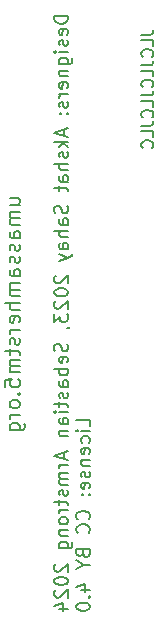
<source format=gbo>
G04 #@! TF.GenerationSoftware,KiCad,Pcbnew,(5.1.10)-1*
G04 #@! TF.CreationDate,2022-02-12T13:03:44-05:00*
G04 #@! TF.ProjectId,M5_BuggyProject,4d355f42-7567-4677-9950-726f6a656374,v1.0*
G04 #@! TF.SameCoordinates,Original*
G04 #@! TF.FileFunction,Legend,Bot*
G04 #@! TF.FilePolarity,Positive*
%FSLAX46Y46*%
G04 Gerber Fmt 4.6, Leading zero omitted, Abs format (unit mm)*
G04 Created by KiCad (PCBNEW (5.1.10)-1) date 2022-02-12 13:03:44*
%MOMM*%
%LPD*%
G01*
G04 APERTURE LIST*
%ADD10C,0.150000*%
%ADD11C,0.152400*%
%ADD12C,1.600000*%
%ADD13R,1.600000X1.600000*%
%ADD14R,1.700000X1.700000*%
%ADD15O,1.700000X1.700000*%
%ADD16R,2.000000X2.000000*%
%ADD17C,2.000000*%
%ADD18O,2.000000X2.000000*%
%ADD19C,6.000000*%
%ADD20C,6.400000*%
%ADD21C,0.800000*%
G04 APERTURE END LIST*
D10*
X105370380Y-33226952D02*
X106084666Y-33226952D01*
X106227523Y-33179333D01*
X106322761Y-33084095D01*
X106370380Y-32941238D01*
X106370380Y-32846000D01*
X106370380Y-34179333D02*
X106370380Y-33703142D01*
X105370380Y-33703142D01*
X106275142Y-35084095D02*
X106322761Y-35036476D01*
X106370380Y-34893619D01*
X106370380Y-34798380D01*
X106322761Y-34655523D01*
X106227523Y-34560285D01*
X106132285Y-34512666D01*
X105941809Y-34465047D01*
X105798952Y-34465047D01*
X105608476Y-34512666D01*
X105513238Y-34560285D01*
X105418000Y-34655523D01*
X105370380Y-34798380D01*
X105370380Y-34893619D01*
X105418000Y-35036476D01*
X105465619Y-35084095D01*
X105370380Y-35798380D02*
X106084666Y-35798380D01*
X106227523Y-35750761D01*
X106322761Y-35655523D01*
X106370380Y-35512666D01*
X106370380Y-35417428D01*
X106370380Y-36750761D02*
X106370380Y-36274571D01*
X105370380Y-36274571D01*
X106275142Y-37655523D02*
X106322761Y-37607904D01*
X106370380Y-37465047D01*
X106370380Y-37369809D01*
X106322761Y-37226952D01*
X106227523Y-37131714D01*
X106132285Y-37084095D01*
X105941809Y-37036476D01*
X105798952Y-37036476D01*
X105608476Y-37084095D01*
X105513238Y-37131714D01*
X105418000Y-37226952D01*
X105370380Y-37369809D01*
X105370380Y-37465047D01*
X105418000Y-37607904D01*
X105465619Y-37655523D01*
X105370380Y-38369809D02*
X106084666Y-38369809D01*
X106227523Y-38322190D01*
X106322761Y-38226952D01*
X106370380Y-38084095D01*
X106370380Y-37988857D01*
X106370380Y-39322190D02*
X106370380Y-38846000D01*
X105370380Y-38846000D01*
X106275142Y-40226952D02*
X106322761Y-40179333D01*
X106370380Y-40036476D01*
X106370380Y-39941238D01*
X106322761Y-39798380D01*
X106227523Y-39703142D01*
X106132285Y-39655523D01*
X105941809Y-39607904D01*
X105798952Y-39607904D01*
X105608476Y-39655523D01*
X105513238Y-39703142D01*
X105418000Y-39798380D01*
X105370380Y-39941238D01*
X105370380Y-40036476D01*
X105418000Y-40179333D01*
X105465619Y-40226952D01*
X105370380Y-40941238D02*
X106084666Y-40941238D01*
X106227523Y-40893619D01*
X106322761Y-40798380D01*
X106370380Y-40655523D01*
X106370380Y-40560285D01*
X106370380Y-41893619D02*
X106370380Y-41417428D01*
X105370380Y-41417428D01*
X106275142Y-42798380D02*
X106322761Y-42750761D01*
X106370380Y-42607904D01*
X106370380Y-42512666D01*
X106322761Y-42369809D01*
X106227523Y-42274571D01*
X106132285Y-42226952D01*
X105941809Y-42179333D01*
X105798952Y-42179333D01*
X105608476Y-42226952D01*
X105513238Y-42274571D01*
X105418000Y-42369809D01*
X105370380Y-42512666D01*
X105370380Y-42607904D01*
X105418000Y-42750761D01*
X105465619Y-42798380D01*
X94215857Y-47612904D02*
X95062523Y-47612904D01*
X94215857Y-47068619D02*
X94881095Y-47068619D01*
X95002047Y-47129095D01*
X95062523Y-47250047D01*
X95062523Y-47431476D01*
X95002047Y-47552428D01*
X94941571Y-47612904D01*
X95062523Y-48217666D02*
X94215857Y-48217666D01*
X94336809Y-48217666D02*
X94276333Y-48278142D01*
X94215857Y-48399095D01*
X94215857Y-48580523D01*
X94276333Y-48701476D01*
X94397285Y-48761952D01*
X95062523Y-48761952D01*
X94397285Y-48761952D02*
X94276333Y-48822428D01*
X94215857Y-48943380D01*
X94215857Y-49124809D01*
X94276333Y-49245761D01*
X94397285Y-49306238D01*
X95062523Y-49306238D01*
X95062523Y-50455285D02*
X94397285Y-50455285D01*
X94276333Y-50394809D01*
X94215857Y-50273857D01*
X94215857Y-50031952D01*
X94276333Y-49911000D01*
X95002047Y-50455285D02*
X95062523Y-50334333D01*
X95062523Y-50031952D01*
X95002047Y-49911000D01*
X94881095Y-49850523D01*
X94760142Y-49850523D01*
X94639190Y-49911000D01*
X94578714Y-50031952D01*
X94578714Y-50334333D01*
X94518238Y-50455285D01*
X95002047Y-50999571D02*
X95062523Y-51120523D01*
X95062523Y-51362428D01*
X95002047Y-51483380D01*
X94881095Y-51543857D01*
X94820619Y-51543857D01*
X94699666Y-51483380D01*
X94639190Y-51362428D01*
X94639190Y-51181000D01*
X94578714Y-51060047D01*
X94457761Y-50999571D01*
X94397285Y-50999571D01*
X94276333Y-51060047D01*
X94215857Y-51181000D01*
X94215857Y-51362428D01*
X94276333Y-51483380D01*
X95002047Y-52027666D02*
X95062523Y-52148619D01*
X95062523Y-52390523D01*
X95002047Y-52511476D01*
X94881095Y-52571952D01*
X94820619Y-52571952D01*
X94699666Y-52511476D01*
X94639190Y-52390523D01*
X94639190Y-52209095D01*
X94578714Y-52088142D01*
X94457761Y-52027666D01*
X94397285Y-52027666D01*
X94276333Y-52088142D01*
X94215857Y-52209095D01*
X94215857Y-52390523D01*
X94276333Y-52511476D01*
X95062523Y-53660523D02*
X94397285Y-53660523D01*
X94276333Y-53600047D01*
X94215857Y-53479095D01*
X94215857Y-53237190D01*
X94276333Y-53116238D01*
X95002047Y-53660523D02*
X95062523Y-53539571D01*
X95062523Y-53237190D01*
X95002047Y-53116238D01*
X94881095Y-53055761D01*
X94760142Y-53055761D01*
X94639190Y-53116238D01*
X94578714Y-53237190D01*
X94578714Y-53539571D01*
X94518238Y-53660523D01*
X95062523Y-54265285D02*
X94215857Y-54265285D01*
X94336809Y-54265285D02*
X94276333Y-54325761D01*
X94215857Y-54446714D01*
X94215857Y-54628142D01*
X94276333Y-54749095D01*
X94397285Y-54809571D01*
X95062523Y-54809571D01*
X94397285Y-54809571D02*
X94276333Y-54870047D01*
X94215857Y-54991000D01*
X94215857Y-55172428D01*
X94276333Y-55293380D01*
X94397285Y-55353857D01*
X95062523Y-55353857D01*
X95062523Y-55958619D02*
X93792523Y-55958619D01*
X95062523Y-56502904D02*
X94397285Y-56502904D01*
X94276333Y-56442428D01*
X94215857Y-56321476D01*
X94215857Y-56140047D01*
X94276333Y-56019095D01*
X94336809Y-55958619D01*
X95002047Y-57591476D02*
X95062523Y-57470523D01*
X95062523Y-57228619D01*
X95002047Y-57107666D01*
X94881095Y-57047190D01*
X94397285Y-57047190D01*
X94276333Y-57107666D01*
X94215857Y-57228619D01*
X94215857Y-57470523D01*
X94276333Y-57591476D01*
X94397285Y-57651952D01*
X94518238Y-57651952D01*
X94639190Y-57047190D01*
X95062523Y-58196238D02*
X94215857Y-58196238D01*
X94457761Y-58196238D02*
X94336809Y-58256714D01*
X94276333Y-58317190D01*
X94215857Y-58438142D01*
X94215857Y-58559095D01*
X95002047Y-58921952D02*
X95062523Y-59042904D01*
X95062523Y-59284809D01*
X95002047Y-59405761D01*
X94881095Y-59466238D01*
X94820619Y-59466238D01*
X94699666Y-59405761D01*
X94639190Y-59284809D01*
X94639190Y-59103380D01*
X94578714Y-58982428D01*
X94457761Y-58921952D01*
X94397285Y-58921952D01*
X94276333Y-58982428D01*
X94215857Y-59103380D01*
X94215857Y-59284809D01*
X94276333Y-59405761D01*
X94215857Y-59829095D02*
X94215857Y-60312904D01*
X93792523Y-60010523D02*
X94881095Y-60010523D01*
X95002047Y-60071000D01*
X95062523Y-60191952D01*
X95062523Y-60312904D01*
X95062523Y-60736238D02*
X94215857Y-60736238D01*
X94336809Y-60736238D02*
X94276333Y-60796714D01*
X94215857Y-60917666D01*
X94215857Y-61099095D01*
X94276333Y-61220047D01*
X94397285Y-61280523D01*
X95062523Y-61280523D01*
X94397285Y-61280523D02*
X94276333Y-61341000D01*
X94215857Y-61461952D01*
X94215857Y-61643380D01*
X94276333Y-61764333D01*
X94397285Y-61824809D01*
X95062523Y-61824809D01*
X93792523Y-63034333D02*
X93792523Y-62429571D01*
X94397285Y-62369095D01*
X94336809Y-62429571D01*
X94276333Y-62550523D01*
X94276333Y-62852904D01*
X94336809Y-62973857D01*
X94397285Y-63034333D01*
X94518238Y-63094809D01*
X94820619Y-63094809D01*
X94941571Y-63034333D01*
X95002047Y-62973857D01*
X95062523Y-62852904D01*
X95062523Y-62550523D01*
X95002047Y-62429571D01*
X94941571Y-62369095D01*
X94941571Y-63639095D02*
X95002047Y-63699571D01*
X95062523Y-63639095D01*
X95002047Y-63578619D01*
X94941571Y-63639095D01*
X95062523Y-63639095D01*
X95062523Y-64425285D02*
X95002047Y-64304333D01*
X94941571Y-64243857D01*
X94820619Y-64183380D01*
X94457761Y-64183380D01*
X94336809Y-64243857D01*
X94276333Y-64304333D01*
X94215857Y-64425285D01*
X94215857Y-64606714D01*
X94276333Y-64727666D01*
X94336809Y-64788142D01*
X94457761Y-64848619D01*
X94820619Y-64848619D01*
X94941571Y-64788142D01*
X95002047Y-64727666D01*
X95062523Y-64606714D01*
X95062523Y-64425285D01*
X95062523Y-65392904D02*
X94215857Y-65392904D01*
X94457761Y-65392904D02*
X94336809Y-65453380D01*
X94276333Y-65513857D01*
X94215857Y-65634809D01*
X94215857Y-65755761D01*
X94215857Y-66723380D02*
X95243952Y-66723380D01*
X95364904Y-66662904D01*
X95425380Y-66602428D01*
X95485857Y-66481476D01*
X95485857Y-66300047D01*
X95425380Y-66179095D01*
X95002047Y-66723380D02*
X95062523Y-66602428D01*
X95062523Y-66360523D01*
X95002047Y-66239571D01*
X94941571Y-66179095D01*
X94820619Y-66118619D01*
X94457761Y-66118619D01*
X94336809Y-66179095D01*
X94276333Y-66239571D01*
X94215857Y-66360523D01*
X94215857Y-66602428D01*
X94276333Y-66723380D01*
D11*
X99151621Y-31632797D02*
X98008621Y-31632797D01*
X98008621Y-31904940D01*
X98063050Y-32068225D01*
X98171907Y-32177082D01*
X98280764Y-32231511D01*
X98498478Y-32285940D01*
X98661764Y-32285940D01*
X98879478Y-32231511D01*
X98988335Y-32177082D01*
X99097192Y-32068225D01*
X99151621Y-31904940D01*
X99151621Y-31632797D01*
X99097192Y-33211225D02*
X99151621Y-33102368D01*
X99151621Y-32884654D01*
X99097192Y-32775797D01*
X98988335Y-32721368D01*
X98552907Y-32721368D01*
X98444050Y-32775797D01*
X98389621Y-32884654D01*
X98389621Y-33102368D01*
X98444050Y-33211225D01*
X98552907Y-33265654D01*
X98661764Y-33265654D01*
X98770621Y-32721368D01*
X99097192Y-33701082D02*
X99151621Y-33809940D01*
X99151621Y-34027654D01*
X99097192Y-34136511D01*
X98988335Y-34190940D01*
X98933907Y-34190940D01*
X98825050Y-34136511D01*
X98770621Y-34027654D01*
X98770621Y-33864368D01*
X98716192Y-33755511D01*
X98607335Y-33701082D01*
X98552907Y-33701082D01*
X98444050Y-33755511D01*
X98389621Y-33864368D01*
X98389621Y-34027654D01*
X98444050Y-34136511D01*
X99151621Y-34680797D02*
X98389621Y-34680797D01*
X98008621Y-34680797D02*
X98063050Y-34626368D01*
X98117478Y-34680797D01*
X98063050Y-34735225D01*
X98008621Y-34680797D01*
X98117478Y-34680797D01*
X98389621Y-35714940D02*
X99314907Y-35714940D01*
X99423764Y-35660511D01*
X99478192Y-35606082D01*
X99532621Y-35497225D01*
X99532621Y-35333940D01*
X99478192Y-35225082D01*
X99097192Y-35714940D02*
X99151621Y-35606082D01*
X99151621Y-35388368D01*
X99097192Y-35279511D01*
X99042764Y-35225082D01*
X98933907Y-35170654D01*
X98607335Y-35170654D01*
X98498478Y-35225082D01*
X98444050Y-35279511D01*
X98389621Y-35388368D01*
X98389621Y-35606082D01*
X98444050Y-35714940D01*
X98389621Y-36259225D02*
X99151621Y-36259225D01*
X98498478Y-36259225D02*
X98444050Y-36313654D01*
X98389621Y-36422511D01*
X98389621Y-36585797D01*
X98444050Y-36694654D01*
X98552907Y-36749082D01*
X99151621Y-36749082D01*
X99097192Y-37728797D02*
X99151621Y-37619940D01*
X99151621Y-37402225D01*
X99097192Y-37293368D01*
X98988335Y-37238940D01*
X98552907Y-37238940D01*
X98444050Y-37293368D01*
X98389621Y-37402225D01*
X98389621Y-37619940D01*
X98444050Y-37728797D01*
X98552907Y-37783225D01*
X98661764Y-37783225D01*
X98770621Y-37238940D01*
X99151621Y-38273082D02*
X98389621Y-38273082D01*
X98607335Y-38273082D02*
X98498478Y-38327511D01*
X98444050Y-38381940D01*
X98389621Y-38490797D01*
X98389621Y-38599654D01*
X99097192Y-38926225D02*
X99151621Y-39035082D01*
X99151621Y-39252797D01*
X99097192Y-39361654D01*
X98988335Y-39416082D01*
X98933907Y-39416082D01*
X98825050Y-39361654D01*
X98770621Y-39252797D01*
X98770621Y-39089511D01*
X98716192Y-38980654D01*
X98607335Y-38926225D01*
X98552907Y-38926225D01*
X98444050Y-38980654D01*
X98389621Y-39089511D01*
X98389621Y-39252797D01*
X98444050Y-39361654D01*
X99042764Y-39905940D02*
X99097192Y-39960368D01*
X99151621Y-39905940D01*
X99097192Y-39851511D01*
X99042764Y-39905940D01*
X99151621Y-39905940D01*
X98444050Y-39905940D02*
X98498478Y-39960368D01*
X98552907Y-39905940D01*
X98498478Y-39851511D01*
X98444050Y-39905940D01*
X98552907Y-39905940D01*
X98825050Y-41266654D02*
X98825050Y-41810940D01*
X99151621Y-41157797D02*
X98008621Y-41538797D01*
X99151621Y-41919797D01*
X99151621Y-42300797D02*
X98008621Y-42300797D01*
X98716192Y-42409654D02*
X99151621Y-42736225D01*
X98389621Y-42736225D02*
X98825050Y-42300797D01*
X99097192Y-43171654D02*
X99151621Y-43280511D01*
X99151621Y-43498225D01*
X99097192Y-43607082D01*
X98988335Y-43661511D01*
X98933907Y-43661511D01*
X98825050Y-43607082D01*
X98770621Y-43498225D01*
X98770621Y-43334940D01*
X98716192Y-43226082D01*
X98607335Y-43171654D01*
X98552907Y-43171654D01*
X98444050Y-43226082D01*
X98389621Y-43334940D01*
X98389621Y-43498225D01*
X98444050Y-43607082D01*
X99151621Y-44151368D02*
X98008621Y-44151368D01*
X99151621Y-44641225D02*
X98552907Y-44641225D01*
X98444050Y-44586797D01*
X98389621Y-44477940D01*
X98389621Y-44314654D01*
X98444050Y-44205797D01*
X98498478Y-44151368D01*
X99151621Y-45675368D02*
X98552907Y-45675368D01*
X98444050Y-45620940D01*
X98389621Y-45512082D01*
X98389621Y-45294368D01*
X98444050Y-45185511D01*
X99097192Y-45675368D02*
X99151621Y-45566511D01*
X99151621Y-45294368D01*
X99097192Y-45185511D01*
X98988335Y-45131082D01*
X98879478Y-45131082D01*
X98770621Y-45185511D01*
X98716192Y-45294368D01*
X98716192Y-45566511D01*
X98661764Y-45675368D01*
X98389621Y-46056368D02*
X98389621Y-46491797D01*
X98008621Y-46219654D02*
X98988335Y-46219654D01*
X99097192Y-46274082D01*
X99151621Y-46382940D01*
X99151621Y-46491797D01*
X99097192Y-47689225D02*
X99151621Y-47852511D01*
X99151621Y-48124654D01*
X99097192Y-48233511D01*
X99042764Y-48287940D01*
X98933907Y-48342368D01*
X98825050Y-48342368D01*
X98716192Y-48287940D01*
X98661764Y-48233511D01*
X98607335Y-48124654D01*
X98552907Y-47906940D01*
X98498478Y-47798082D01*
X98444050Y-47743654D01*
X98335192Y-47689225D01*
X98226335Y-47689225D01*
X98117478Y-47743654D01*
X98063050Y-47798082D01*
X98008621Y-47906940D01*
X98008621Y-48179082D01*
X98063050Y-48342368D01*
X99151621Y-49322082D02*
X98552907Y-49322082D01*
X98444050Y-49267654D01*
X98389621Y-49158797D01*
X98389621Y-48941082D01*
X98444050Y-48832225D01*
X99097192Y-49322082D02*
X99151621Y-49213225D01*
X99151621Y-48941082D01*
X99097192Y-48832225D01*
X98988335Y-48777797D01*
X98879478Y-48777797D01*
X98770621Y-48832225D01*
X98716192Y-48941082D01*
X98716192Y-49213225D01*
X98661764Y-49322082D01*
X99151621Y-49866368D02*
X98008621Y-49866368D01*
X99151621Y-50356225D02*
X98552907Y-50356225D01*
X98444050Y-50301797D01*
X98389621Y-50192940D01*
X98389621Y-50029654D01*
X98444050Y-49920797D01*
X98498478Y-49866368D01*
X99151621Y-51390368D02*
X98552907Y-51390368D01*
X98444050Y-51335940D01*
X98389621Y-51227082D01*
X98389621Y-51009368D01*
X98444050Y-50900511D01*
X99097192Y-51390368D02*
X99151621Y-51281511D01*
X99151621Y-51009368D01*
X99097192Y-50900511D01*
X98988335Y-50846082D01*
X98879478Y-50846082D01*
X98770621Y-50900511D01*
X98716192Y-51009368D01*
X98716192Y-51281511D01*
X98661764Y-51390368D01*
X98389621Y-51825797D02*
X99151621Y-52097940D01*
X98389621Y-52370082D02*
X99151621Y-52097940D01*
X99423764Y-51989082D01*
X99478192Y-51934654D01*
X99532621Y-51825797D01*
X98117478Y-53621940D02*
X98063050Y-53676368D01*
X98008621Y-53785225D01*
X98008621Y-54057368D01*
X98063050Y-54166225D01*
X98117478Y-54220654D01*
X98226335Y-54275082D01*
X98335192Y-54275082D01*
X98498478Y-54220654D01*
X99151621Y-53567511D01*
X99151621Y-54275082D01*
X98008621Y-54982654D02*
X98008621Y-55091511D01*
X98063050Y-55200368D01*
X98117478Y-55254797D01*
X98226335Y-55309225D01*
X98444050Y-55363654D01*
X98716192Y-55363654D01*
X98933907Y-55309225D01*
X99042764Y-55254797D01*
X99097192Y-55200368D01*
X99151621Y-55091511D01*
X99151621Y-54982654D01*
X99097192Y-54873797D01*
X99042764Y-54819368D01*
X98933907Y-54764940D01*
X98716192Y-54710511D01*
X98444050Y-54710511D01*
X98226335Y-54764940D01*
X98117478Y-54819368D01*
X98063050Y-54873797D01*
X98008621Y-54982654D01*
X98117478Y-55799082D02*
X98063050Y-55853511D01*
X98008621Y-55962368D01*
X98008621Y-56234511D01*
X98063050Y-56343368D01*
X98117478Y-56397797D01*
X98226335Y-56452225D01*
X98335192Y-56452225D01*
X98498478Y-56397797D01*
X99151621Y-55744654D01*
X99151621Y-56452225D01*
X98008621Y-56833225D02*
X98008621Y-57540797D01*
X98444050Y-57159797D01*
X98444050Y-57323082D01*
X98498478Y-57431940D01*
X98552907Y-57486368D01*
X98661764Y-57540797D01*
X98933907Y-57540797D01*
X99042764Y-57486368D01*
X99097192Y-57431940D01*
X99151621Y-57323082D01*
X99151621Y-56996511D01*
X99097192Y-56887654D01*
X99042764Y-56833225D01*
X99097192Y-58085082D02*
X99151621Y-58085082D01*
X99260478Y-58030654D01*
X99314907Y-57976225D01*
X99097192Y-59391368D02*
X99151621Y-59554654D01*
X99151621Y-59826797D01*
X99097192Y-59935654D01*
X99042764Y-59990082D01*
X98933907Y-60044511D01*
X98825050Y-60044511D01*
X98716192Y-59990082D01*
X98661764Y-59935654D01*
X98607335Y-59826797D01*
X98552907Y-59609082D01*
X98498478Y-59500225D01*
X98444050Y-59445797D01*
X98335192Y-59391368D01*
X98226335Y-59391368D01*
X98117478Y-59445797D01*
X98063050Y-59500225D01*
X98008621Y-59609082D01*
X98008621Y-59881225D01*
X98063050Y-60044511D01*
X99097192Y-60969797D02*
X99151621Y-60860940D01*
X99151621Y-60643225D01*
X99097192Y-60534368D01*
X98988335Y-60479940D01*
X98552907Y-60479940D01*
X98444050Y-60534368D01*
X98389621Y-60643225D01*
X98389621Y-60860940D01*
X98444050Y-60969797D01*
X98552907Y-61024225D01*
X98661764Y-61024225D01*
X98770621Y-60479940D01*
X99151621Y-61514082D02*
X98008621Y-61514082D01*
X98444050Y-61514082D02*
X98389621Y-61622940D01*
X98389621Y-61840654D01*
X98444050Y-61949511D01*
X98498478Y-62003940D01*
X98607335Y-62058368D01*
X98933907Y-62058368D01*
X99042764Y-62003940D01*
X99097192Y-61949511D01*
X99151621Y-61840654D01*
X99151621Y-61622940D01*
X99097192Y-61514082D01*
X99151621Y-63038082D02*
X98552907Y-63038082D01*
X98444050Y-62983654D01*
X98389621Y-62874797D01*
X98389621Y-62657082D01*
X98444050Y-62548225D01*
X99097192Y-63038082D02*
X99151621Y-62929225D01*
X99151621Y-62657082D01*
X99097192Y-62548225D01*
X98988335Y-62493797D01*
X98879478Y-62493797D01*
X98770621Y-62548225D01*
X98716192Y-62657082D01*
X98716192Y-62929225D01*
X98661764Y-63038082D01*
X99097192Y-63527940D02*
X99151621Y-63636797D01*
X99151621Y-63854511D01*
X99097192Y-63963368D01*
X98988335Y-64017797D01*
X98933907Y-64017797D01*
X98825050Y-63963368D01*
X98770621Y-63854511D01*
X98770621Y-63691225D01*
X98716192Y-63582368D01*
X98607335Y-63527940D01*
X98552907Y-63527940D01*
X98444050Y-63582368D01*
X98389621Y-63691225D01*
X98389621Y-63854511D01*
X98444050Y-63963368D01*
X98389621Y-64344368D02*
X98389621Y-64779797D01*
X98008621Y-64507654D02*
X98988335Y-64507654D01*
X99097192Y-64562082D01*
X99151621Y-64670940D01*
X99151621Y-64779797D01*
X99151621Y-65160797D02*
X98389621Y-65160797D01*
X98008621Y-65160797D02*
X98063050Y-65106368D01*
X98117478Y-65160797D01*
X98063050Y-65215225D01*
X98008621Y-65160797D01*
X98117478Y-65160797D01*
X99151621Y-66194940D02*
X98552907Y-66194940D01*
X98444050Y-66140511D01*
X98389621Y-66031654D01*
X98389621Y-65813940D01*
X98444050Y-65705082D01*
X99097192Y-66194940D02*
X99151621Y-66086082D01*
X99151621Y-65813940D01*
X99097192Y-65705082D01*
X98988335Y-65650654D01*
X98879478Y-65650654D01*
X98770621Y-65705082D01*
X98716192Y-65813940D01*
X98716192Y-66086082D01*
X98661764Y-66194940D01*
X98389621Y-66739225D02*
X99151621Y-66739225D01*
X98498478Y-66739225D02*
X98444050Y-66793654D01*
X98389621Y-66902511D01*
X98389621Y-67065797D01*
X98444050Y-67174654D01*
X98552907Y-67229082D01*
X99151621Y-67229082D01*
X98825050Y-68589797D02*
X98825050Y-69134082D01*
X99151621Y-68480940D02*
X98008621Y-68861940D01*
X99151621Y-69242940D01*
X99151621Y-69623940D02*
X98389621Y-69623940D01*
X98607335Y-69623940D02*
X98498478Y-69678368D01*
X98444050Y-69732797D01*
X98389621Y-69841654D01*
X98389621Y-69950511D01*
X99151621Y-70331511D02*
X98389621Y-70331511D01*
X98498478Y-70331511D02*
X98444050Y-70385940D01*
X98389621Y-70494797D01*
X98389621Y-70658082D01*
X98444050Y-70766940D01*
X98552907Y-70821368D01*
X99151621Y-70821368D01*
X98552907Y-70821368D02*
X98444050Y-70875797D01*
X98389621Y-70984654D01*
X98389621Y-71147940D01*
X98444050Y-71256797D01*
X98552907Y-71311225D01*
X99151621Y-71311225D01*
X99097192Y-71801082D02*
X99151621Y-71909940D01*
X99151621Y-72127654D01*
X99097192Y-72236511D01*
X98988335Y-72290940D01*
X98933907Y-72290940D01*
X98825050Y-72236511D01*
X98770621Y-72127654D01*
X98770621Y-71964368D01*
X98716192Y-71855511D01*
X98607335Y-71801082D01*
X98552907Y-71801082D01*
X98444050Y-71855511D01*
X98389621Y-71964368D01*
X98389621Y-72127654D01*
X98444050Y-72236511D01*
X98389621Y-72617511D02*
X98389621Y-73052940D01*
X98008621Y-72780797D02*
X98988335Y-72780797D01*
X99097192Y-72835225D01*
X99151621Y-72944082D01*
X99151621Y-73052940D01*
X99151621Y-73433940D02*
X98389621Y-73433940D01*
X98607335Y-73433940D02*
X98498478Y-73488368D01*
X98444050Y-73542797D01*
X98389621Y-73651654D01*
X98389621Y-73760511D01*
X99151621Y-74304797D02*
X99097192Y-74195940D01*
X99042764Y-74141511D01*
X98933907Y-74087082D01*
X98607335Y-74087082D01*
X98498478Y-74141511D01*
X98444050Y-74195940D01*
X98389621Y-74304797D01*
X98389621Y-74468082D01*
X98444050Y-74576940D01*
X98498478Y-74631368D01*
X98607335Y-74685797D01*
X98933907Y-74685797D01*
X99042764Y-74631368D01*
X99097192Y-74576940D01*
X99151621Y-74468082D01*
X99151621Y-74304797D01*
X98389621Y-75175654D02*
X99151621Y-75175654D01*
X98498478Y-75175654D02*
X98444050Y-75230082D01*
X98389621Y-75338940D01*
X98389621Y-75502225D01*
X98444050Y-75611082D01*
X98552907Y-75665511D01*
X99151621Y-75665511D01*
X98389621Y-76699654D02*
X99314907Y-76699654D01*
X99423764Y-76645225D01*
X99478192Y-76590797D01*
X99532621Y-76481940D01*
X99532621Y-76318654D01*
X99478192Y-76209797D01*
X99097192Y-76699654D02*
X99151621Y-76590797D01*
X99151621Y-76373082D01*
X99097192Y-76264225D01*
X99042764Y-76209797D01*
X98933907Y-76155368D01*
X98607335Y-76155368D01*
X98498478Y-76209797D01*
X98444050Y-76264225D01*
X98389621Y-76373082D01*
X98389621Y-76590797D01*
X98444050Y-76699654D01*
X98117478Y-78060368D02*
X98063050Y-78114797D01*
X98008621Y-78223654D01*
X98008621Y-78495797D01*
X98063050Y-78604654D01*
X98117478Y-78659082D01*
X98226335Y-78713511D01*
X98335192Y-78713511D01*
X98498478Y-78659082D01*
X99151621Y-78005940D01*
X99151621Y-78713511D01*
X98008621Y-79421082D02*
X98008621Y-79529940D01*
X98063050Y-79638797D01*
X98117478Y-79693225D01*
X98226335Y-79747654D01*
X98444050Y-79802082D01*
X98716192Y-79802082D01*
X98933907Y-79747654D01*
X99042764Y-79693225D01*
X99097192Y-79638797D01*
X99151621Y-79529940D01*
X99151621Y-79421082D01*
X99097192Y-79312225D01*
X99042764Y-79257797D01*
X98933907Y-79203368D01*
X98716192Y-79148940D01*
X98444050Y-79148940D01*
X98226335Y-79203368D01*
X98117478Y-79257797D01*
X98063050Y-79312225D01*
X98008621Y-79421082D01*
X98117478Y-80237511D02*
X98063050Y-80291940D01*
X98008621Y-80400797D01*
X98008621Y-80672940D01*
X98063050Y-80781797D01*
X98117478Y-80836225D01*
X98226335Y-80890654D01*
X98335192Y-80890654D01*
X98498478Y-80836225D01*
X99151621Y-80183082D01*
X99151621Y-80890654D01*
X98389621Y-81870368D02*
X99151621Y-81870368D01*
X97954192Y-81598225D02*
X98770621Y-81326082D01*
X98770621Y-82033654D01*
X101018521Y-66358225D02*
X101018521Y-65813940D01*
X99875521Y-65813940D01*
X101018521Y-66739225D02*
X100256521Y-66739225D01*
X99875521Y-66739225D02*
X99929950Y-66684797D01*
X99984378Y-66739225D01*
X99929950Y-66793654D01*
X99875521Y-66739225D01*
X99984378Y-66739225D01*
X100964092Y-67773368D02*
X101018521Y-67664511D01*
X101018521Y-67446797D01*
X100964092Y-67337940D01*
X100909664Y-67283511D01*
X100800807Y-67229082D01*
X100474235Y-67229082D01*
X100365378Y-67283511D01*
X100310950Y-67337940D01*
X100256521Y-67446797D01*
X100256521Y-67664511D01*
X100310950Y-67773368D01*
X100964092Y-68698654D02*
X101018521Y-68589797D01*
X101018521Y-68372082D01*
X100964092Y-68263225D01*
X100855235Y-68208797D01*
X100419807Y-68208797D01*
X100310950Y-68263225D01*
X100256521Y-68372082D01*
X100256521Y-68589797D01*
X100310950Y-68698654D01*
X100419807Y-68753082D01*
X100528664Y-68753082D01*
X100637521Y-68208797D01*
X100256521Y-69242940D02*
X101018521Y-69242940D01*
X100365378Y-69242940D02*
X100310950Y-69297368D01*
X100256521Y-69406225D01*
X100256521Y-69569511D01*
X100310950Y-69678368D01*
X100419807Y-69732797D01*
X101018521Y-69732797D01*
X100964092Y-70222654D02*
X101018521Y-70331511D01*
X101018521Y-70549225D01*
X100964092Y-70658082D01*
X100855235Y-70712511D01*
X100800807Y-70712511D01*
X100691950Y-70658082D01*
X100637521Y-70549225D01*
X100637521Y-70385940D01*
X100583092Y-70277082D01*
X100474235Y-70222654D01*
X100419807Y-70222654D01*
X100310950Y-70277082D01*
X100256521Y-70385940D01*
X100256521Y-70549225D01*
X100310950Y-70658082D01*
X100964092Y-71637797D02*
X101018521Y-71528940D01*
X101018521Y-71311225D01*
X100964092Y-71202368D01*
X100855235Y-71147940D01*
X100419807Y-71147940D01*
X100310950Y-71202368D01*
X100256521Y-71311225D01*
X100256521Y-71528940D01*
X100310950Y-71637797D01*
X100419807Y-71692225D01*
X100528664Y-71692225D01*
X100637521Y-71147940D01*
X100909664Y-72182082D02*
X100964092Y-72236511D01*
X101018521Y-72182082D01*
X100964092Y-72127654D01*
X100909664Y-72182082D01*
X101018521Y-72182082D01*
X100310950Y-72182082D02*
X100365378Y-72236511D01*
X100419807Y-72182082D01*
X100365378Y-72127654D01*
X100310950Y-72182082D01*
X100419807Y-72182082D01*
X100909664Y-74250368D02*
X100964092Y-74195940D01*
X101018521Y-74032654D01*
X101018521Y-73923797D01*
X100964092Y-73760511D01*
X100855235Y-73651654D01*
X100746378Y-73597225D01*
X100528664Y-73542797D01*
X100365378Y-73542797D01*
X100147664Y-73597225D01*
X100038807Y-73651654D01*
X99929950Y-73760511D01*
X99875521Y-73923797D01*
X99875521Y-74032654D01*
X99929950Y-74195940D01*
X99984378Y-74250368D01*
X100909664Y-75393368D02*
X100964092Y-75338940D01*
X101018521Y-75175654D01*
X101018521Y-75066797D01*
X100964092Y-74903511D01*
X100855235Y-74794654D01*
X100746378Y-74740225D01*
X100528664Y-74685797D01*
X100365378Y-74685797D01*
X100147664Y-74740225D01*
X100038807Y-74794654D01*
X99929950Y-74903511D01*
X99875521Y-75066797D01*
X99875521Y-75175654D01*
X99929950Y-75338940D01*
X99984378Y-75393368D01*
X100419807Y-77135082D02*
X100474235Y-77298368D01*
X100528664Y-77352797D01*
X100637521Y-77407225D01*
X100800807Y-77407225D01*
X100909664Y-77352797D01*
X100964092Y-77298368D01*
X101018521Y-77189511D01*
X101018521Y-76754082D01*
X99875521Y-76754082D01*
X99875521Y-77135082D01*
X99929950Y-77243940D01*
X99984378Y-77298368D01*
X100093235Y-77352797D01*
X100202092Y-77352797D01*
X100310950Y-77298368D01*
X100365378Y-77243940D01*
X100419807Y-77135082D01*
X100419807Y-76754082D01*
X100474235Y-78114797D02*
X101018521Y-78114797D01*
X99875521Y-77733797D02*
X100474235Y-78114797D01*
X99875521Y-78495797D01*
X100256521Y-80237511D02*
X101018521Y-80237511D01*
X99821092Y-79965368D02*
X100637521Y-79693225D01*
X100637521Y-80400797D01*
X100909664Y-80836225D02*
X100964092Y-80890654D01*
X101018521Y-80836225D01*
X100964092Y-80781797D01*
X100909664Y-80836225D01*
X101018521Y-80836225D01*
X99875521Y-81598225D02*
X99875521Y-81707082D01*
X99929950Y-81815940D01*
X99984378Y-81870368D01*
X100093235Y-81924797D01*
X100310950Y-81979225D01*
X100583092Y-81979225D01*
X100800807Y-81924797D01*
X100909664Y-81870368D01*
X100964092Y-81815940D01*
X101018521Y-81707082D01*
X101018521Y-81598225D01*
X100964092Y-81489368D01*
X100909664Y-81434940D01*
X100800807Y-81380511D01*
X100583092Y-81326082D01*
X100310950Y-81326082D01*
X100093235Y-81380511D01*
X99984378Y-81434940D01*
X99929950Y-81489368D01*
X99875521Y-81598225D01*
%LPC*%
D12*
G04 #@! TO.C,A1*
X86868000Y-75946000D03*
X86868000Y-73406000D03*
X86868000Y-70866000D03*
X86868000Y-68326000D03*
X86868000Y-65786000D03*
X86868000Y-63246000D03*
X86868000Y-60706000D03*
X86868000Y-58166000D03*
X86868000Y-55626000D03*
X86868000Y-53086000D03*
X86868000Y-50546000D03*
X86868000Y-48006000D03*
X86868000Y-45466000D03*
X86868000Y-42926000D03*
X86868000Y-40386000D03*
D13*
X86868000Y-37846000D03*
D12*
X107188000Y-48006000D03*
X107188000Y-50546000D03*
X107188000Y-53086000D03*
X107188000Y-55626000D03*
X107188000Y-58166000D03*
X107188000Y-60706000D03*
X107188000Y-63246000D03*
X107188000Y-65786000D03*
X107188000Y-68326000D03*
X107188000Y-70866000D03*
X107188000Y-73406000D03*
X107188000Y-75946000D03*
G04 #@! TD*
D14*
G04 #@! TO.C,A7*
X79248000Y-96266000D03*
D15*
X79248000Y-93726000D03*
X79248000Y-91186000D03*
X79248000Y-88646000D03*
G04 #@! TD*
D16*
G04 #@! TO.C,C1*
X95758000Y-106426000D03*
D17*
X95758000Y-111426000D03*
G04 #@! TD*
D16*
G04 #@! TO.C,D1*
X103352600Y-107530000D03*
D18*
X103352600Y-112610000D03*
G04 #@! TD*
D15*
G04 #@! TO.C,A6*
X79248000Y-68326000D03*
X79248000Y-70866000D03*
X79248000Y-73406000D03*
D14*
X79248000Y-75946000D03*
G04 #@! TD*
D15*
G04 #@! TO.C,A4*
X114808000Y-96266000D03*
X114808000Y-93726000D03*
X114808000Y-91186000D03*
D14*
X114808000Y-88646000D03*
G04 #@! TD*
D15*
G04 #@! TO.C,A2*
X114703001Y-55626000D03*
X114703001Y-53086000D03*
X114703001Y-50546000D03*
D14*
X114703001Y-48006000D03*
G04 #@! TD*
G04 #@! TO.C,A3*
X114808000Y-68326000D03*
D15*
X114808000Y-70866000D03*
X114808000Y-73406000D03*
X114808000Y-75946000D03*
G04 #@! TD*
D14*
G04 #@! TO.C,A5*
X79248000Y-55626000D03*
D15*
X79248000Y-53086000D03*
X79248000Y-50546000D03*
X79248000Y-48006000D03*
G04 #@! TD*
D19*
G04 #@! TO.C,J1*
X114808000Y-112356000D03*
G36*
G01*
X113308000Y-102156000D02*
X116308000Y-102156000D01*
G75*
G02*
X117808000Y-103656000I0J-1500000D01*
G01*
X117808000Y-106656000D01*
G75*
G02*
X116308000Y-108156000I-1500000J0D01*
G01*
X113308000Y-108156000D01*
G75*
G02*
X111808000Y-106656000I0J1500000D01*
G01*
X111808000Y-103656000D01*
G75*
G02*
X113308000Y-102156000I1500000J0D01*
G01*
G37*
G04 #@! TD*
D20*
G04 #@! TO.C,H1*
X75438000Y-30226000D03*
D21*
X77838000Y-30226000D03*
X77135056Y-31923056D03*
X75438000Y-32626000D03*
X73740944Y-31923056D03*
X73038000Y-30226000D03*
X73740944Y-28528944D03*
X75438000Y-27826000D03*
X77135056Y-28528944D03*
G04 #@! TD*
G04 #@! TO.C,H2*
X120315056Y-28528944D03*
X118618000Y-27826000D03*
X116920944Y-28528944D03*
X116218000Y-30226000D03*
X116920944Y-31923056D03*
X118618000Y-32626000D03*
X120315056Y-31923056D03*
X121018000Y-30226000D03*
D20*
X118618000Y-30226000D03*
G04 #@! TD*
D21*
G04 #@! TO.C,H3*
X120315056Y-119968944D03*
X118618000Y-119266000D03*
X116920944Y-119968944D03*
X116218000Y-121666000D03*
X116920944Y-123363056D03*
X118618000Y-124066000D03*
X120315056Y-123363056D03*
X121018000Y-121666000D03*
D20*
X118618000Y-121666000D03*
G04 #@! TD*
G04 #@! TO.C,H4*
X75438000Y-121666000D03*
D21*
X77838000Y-121666000D03*
X77135056Y-123363056D03*
X75438000Y-124066000D03*
X73740944Y-123363056D03*
X73038000Y-121666000D03*
X73740944Y-119968944D03*
X75438000Y-119266000D03*
X77135056Y-119968944D03*
G04 #@! TD*
D16*
G04 #@! TO.C,BZ1*
X104902000Y-94996000D03*
D17*
X97302000Y-94996000D03*
G04 #@! TD*
G04 #@! TO.C,J2*
X103352600Y-117856000D03*
G04 #@! TD*
G04 #@! TO.C,J3*
X98298000Y-117831001D03*
G04 #@! TD*
D14*
G04 #@! TO.C,J4*
X89408000Y-84836000D03*
D15*
X91948000Y-84836000D03*
X94488000Y-84836000D03*
X97028000Y-84836000D03*
X99568000Y-84836000D03*
G04 #@! TD*
M02*

</source>
